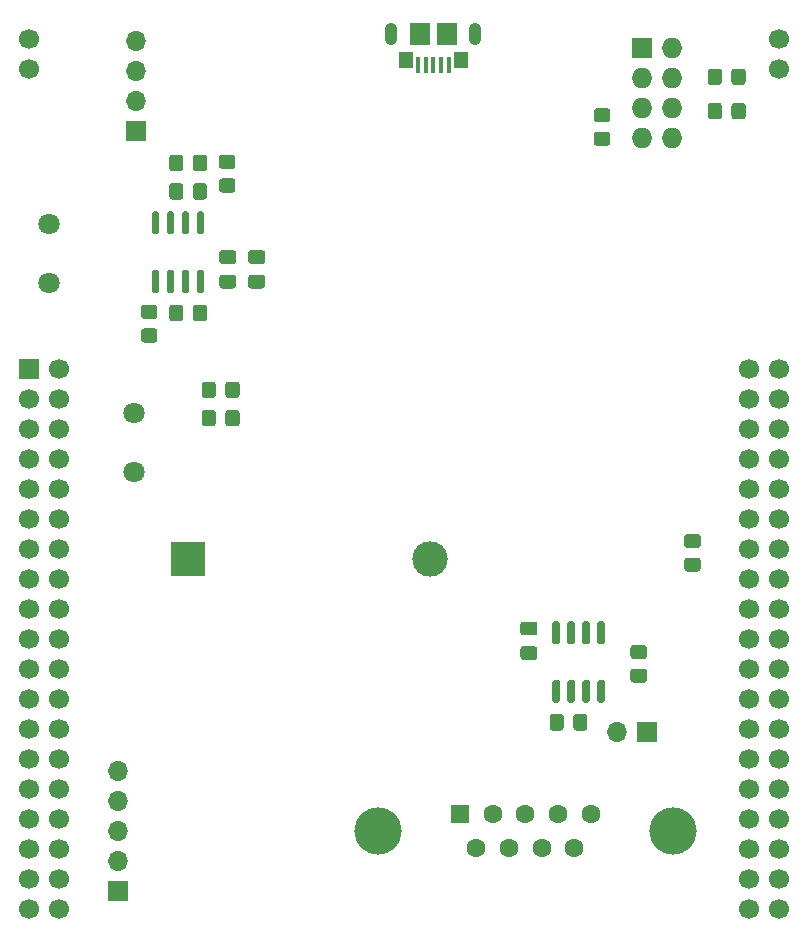
<source format=gbr>
%TF.GenerationSoftware,KiCad,Pcbnew,5.1.9*%
%TF.CreationDate,2021-01-24T08:51:39-05:00*%
%TF.ProjectId,CANalog_nucleo,43414e61-6c6f-4675-9f6e-75636c656f2e,rev?*%
%TF.SameCoordinates,PX700e860PY1298be0*%
%TF.FileFunction,Soldermask,Top*%
%TF.FilePolarity,Negative*%
%FSLAX46Y46*%
G04 Gerber Fmt 4.6, Leading zero omitted, Abs format (unit mm)*
G04 Created by KiCad (PCBNEW 5.1.9) date 2021-01-24 08:51:39*
%MOMM*%
%LPD*%
G01*
G04 APERTURE LIST*
%ADD10O,1.727200X1.727200*%
%ADD11R,1.727200X1.727200*%
%ADD12R,1.150000X1.450000*%
%ADD13O,1.050000X1.900000*%
%ADD14R,1.750000X1.900000*%
%ADD15R,0.400000X1.400000*%
%ADD16C,1.700000*%
%ADD17R,1.700000X1.700000*%
%ADD18O,1.700000X1.700000*%
%ADD19C,4.000000*%
%ADD20C,1.600000*%
%ADD21R,1.600000X1.600000*%
%ADD22C,1.800000*%
%ADD23R,3.000000X3.000000*%
%ADD24C,3.000000*%
G04 APERTURE END LIST*
D10*
%TO.C,U2*%
X-12280000Y-11819167D03*
X-14820000Y-11819167D03*
X-12280000Y-9279167D03*
X-14820000Y-9279167D03*
X-12280000Y-6739167D03*
X-14820000Y-6739167D03*
X-12280000Y-4199167D03*
D11*
X-14820000Y-4199167D03*
%TD*%
D12*
%TO.C,J1*%
X-30180000Y-5180000D03*
X-34820000Y-5180000D03*
D13*
X-36075000Y-2950000D03*
X-28925000Y-2950000D03*
D14*
X-31375000Y-2950000D03*
D15*
X-32500000Y-5600000D03*
X-33150000Y-5600000D03*
X-33800000Y-5600000D03*
X-31200000Y-5600000D03*
X-31850000Y-5600000D03*
D14*
X-33625000Y-2950000D03*
%TD*%
D16*
%TO.C,U1*%
X-3200000Y-5900000D03*
X-3200000Y-3360000D03*
X-66700000Y-5900000D03*
X-66700000Y-3360000D03*
X-3200000Y-77020000D03*
X-5740000Y-77020000D03*
X-3200000Y-74480000D03*
X-5740000Y-74480000D03*
X-3200000Y-71940000D03*
X-5740000Y-71940000D03*
X-3200000Y-69400000D03*
X-5740000Y-69400000D03*
X-3200000Y-66860000D03*
X-5740000Y-66860000D03*
X-3200000Y-64320000D03*
X-5740000Y-64320000D03*
X-3200000Y-61780000D03*
X-5740000Y-61780000D03*
X-3200000Y-59240000D03*
X-5740000Y-59240000D03*
X-3200000Y-56700000D03*
X-5740000Y-56700000D03*
X-3200000Y-54160000D03*
X-5740000Y-54160000D03*
X-3200000Y-51620000D03*
X-5740000Y-51620000D03*
X-3200000Y-49080000D03*
X-5740000Y-49080000D03*
X-3200000Y-46540000D03*
X-5740000Y-46540000D03*
X-3200000Y-44000000D03*
X-5740000Y-44000000D03*
X-3200000Y-41460000D03*
X-5740000Y-41460000D03*
X-3200000Y-38920000D03*
X-5740000Y-38920000D03*
X-3200000Y-36380000D03*
X-5740000Y-36380000D03*
X-3200000Y-33840000D03*
X-5740000Y-33840000D03*
X-3200000Y-31300000D03*
X-5740000Y-31300000D03*
X-64160000Y-77020000D03*
X-66700000Y-77020000D03*
X-64160000Y-74480000D03*
X-66700000Y-74480000D03*
X-64160000Y-71940000D03*
X-66700000Y-71940000D03*
X-64160000Y-69400000D03*
X-66700000Y-69400000D03*
X-64160000Y-66860000D03*
X-66700000Y-66860000D03*
X-64160000Y-64320000D03*
X-66700000Y-64320000D03*
X-64160000Y-61780000D03*
X-66700000Y-61780000D03*
X-64160000Y-59240000D03*
X-66700000Y-59240000D03*
X-64160000Y-56700000D03*
X-66700000Y-56700000D03*
X-64160000Y-54160000D03*
X-66700000Y-54160000D03*
X-64160000Y-51620000D03*
X-66700000Y-51620000D03*
X-64160000Y-49080000D03*
X-66700000Y-49080000D03*
X-64160000Y-46540000D03*
X-66700000Y-46540000D03*
X-64160000Y-44000000D03*
X-66700000Y-44000000D03*
X-64160000Y-41460000D03*
X-66700000Y-41460000D03*
X-64160000Y-38920000D03*
X-66700000Y-38920000D03*
X-64160000Y-36380000D03*
X-66700000Y-36380000D03*
X-64160000Y-33840000D03*
X-66700000Y-33840000D03*
X-64160000Y-31300000D03*
D17*
X-66700000Y-31300000D03*
%TD*%
%TO.C,U4*%
G36*
G01*
X-18445000Y-57650000D02*
X-18145000Y-57650000D01*
G75*
G02*
X-17995000Y-57800000I0J-150000D01*
G01*
X-17995000Y-59450000D01*
G75*
G02*
X-18145000Y-59600000I-150000J0D01*
G01*
X-18445000Y-59600000D01*
G75*
G02*
X-18595000Y-59450000I0J150000D01*
G01*
X-18595000Y-57800000D01*
G75*
G02*
X-18445000Y-57650000I150000J0D01*
G01*
G37*
G36*
G01*
X-19715000Y-57650000D02*
X-19415000Y-57650000D01*
G75*
G02*
X-19265000Y-57800000I0J-150000D01*
G01*
X-19265000Y-59450000D01*
G75*
G02*
X-19415000Y-59600000I-150000J0D01*
G01*
X-19715000Y-59600000D01*
G75*
G02*
X-19865000Y-59450000I0J150000D01*
G01*
X-19865000Y-57800000D01*
G75*
G02*
X-19715000Y-57650000I150000J0D01*
G01*
G37*
G36*
G01*
X-20985000Y-57650000D02*
X-20685000Y-57650000D01*
G75*
G02*
X-20535000Y-57800000I0J-150000D01*
G01*
X-20535000Y-59450000D01*
G75*
G02*
X-20685000Y-59600000I-150000J0D01*
G01*
X-20985000Y-59600000D01*
G75*
G02*
X-21135000Y-59450000I0J150000D01*
G01*
X-21135000Y-57800000D01*
G75*
G02*
X-20985000Y-57650000I150000J0D01*
G01*
G37*
G36*
G01*
X-22255000Y-57650000D02*
X-21955000Y-57650000D01*
G75*
G02*
X-21805000Y-57800000I0J-150000D01*
G01*
X-21805000Y-59450000D01*
G75*
G02*
X-21955000Y-59600000I-150000J0D01*
G01*
X-22255000Y-59600000D01*
G75*
G02*
X-22405000Y-59450000I0J150000D01*
G01*
X-22405000Y-57800000D01*
G75*
G02*
X-22255000Y-57650000I150000J0D01*
G01*
G37*
G36*
G01*
X-22255000Y-52700000D02*
X-21955000Y-52700000D01*
G75*
G02*
X-21805000Y-52850000I0J-150000D01*
G01*
X-21805000Y-54500000D01*
G75*
G02*
X-21955000Y-54650000I-150000J0D01*
G01*
X-22255000Y-54650000D01*
G75*
G02*
X-22405000Y-54500000I0J150000D01*
G01*
X-22405000Y-52850000D01*
G75*
G02*
X-22255000Y-52700000I150000J0D01*
G01*
G37*
G36*
G01*
X-20985000Y-52700000D02*
X-20685000Y-52700000D01*
G75*
G02*
X-20535000Y-52850000I0J-150000D01*
G01*
X-20535000Y-54500000D01*
G75*
G02*
X-20685000Y-54650000I-150000J0D01*
G01*
X-20985000Y-54650000D01*
G75*
G02*
X-21135000Y-54500000I0J150000D01*
G01*
X-21135000Y-52850000D01*
G75*
G02*
X-20985000Y-52700000I150000J0D01*
G01*
G37*
G36*
G01*
X-19715000Y-52700000D02*
X-19415000Y-52700000D01*
G75*
G02*
X-19265000Y-52850000I0J-150000D01*
G01*
X-19265000Y-54500000D01*
G75*
G02*
X-19415000Y-54650000I-150000J0D01*
G01*
X-19715000Y-54650000D01*
G75*
G02*
X-19865000Y-54500000I0J150000D01*
G01*
X-19865000Y-52850000D01*
G75*
G02*
X-19715000Y-52700000I150000J0D01*
G01*
G37*
G36*
G01*
X-18445000Y-52700000D02*
X-18145000Y-52700000D01*
G75*
G02*
X-17995000Y-52850000I0J-150000D01*
G01*
X-17995000Y-54500000D01*
G75*
G02*
X-18145000Y-54650000I-150000J0D01*
G01*
X-18445000Y-54650000D01*
G75*
G02*
X-18595000Y-54500000I0J150000D01*
G01*
X-18595000Y-52850000D01*
G75*
G02*
X-18445000Y-52700000I150000J0D01*
G01*
G37*
%TD*%
%TO.C,U3*%
G36*
G01*
X-52345000Y-22950000D02*
X-52045000Y-22950000D01*
G75*
G02*
X-51895000Y-23100000I0J-150000D01*
G01*
X-51895000Y-24750000D01*
G75*
G02*
X-52045000Y-24900000I-150000J0D01*
G01*
X-52345000Y-24900000D01*
G75*
G02*
X-52495000Y-24750000I0J150000D01*
G01*
X-52495000Y-23100000D01*
G75*
G02*
X-52345000Y-22950000I150000J0D01*
G01*
G37*
G36*
G01*
X-53615000Y-22950000D02*
X-53315000Y-22950000D01*
G75*
G02*
X-53165000Y-23100000I0J-150000D01*
G01*
X-53165000Y-24750000D01*
G75*
G02*
X-53315000Y-24900000I-150000J0D01*
G01*
X-53615000Y-24900000D01*
G75*
G02*
X-53765000Y-24750000I0J150000D01*
G01*
X-53765000Y-23100000D01*
G75*
G02*
X-53615000Y-22950000I150000J0D01*
G01*
G37*
G36*
G01*
X-54885000Y-22950000D02*
X-54585000Y-22950000D01*
G75*
G02*
X-54435000Y-23100000I0J-150000D01*
G01*
X-54435000Y-24750000D01*
G75*
G02*
X-54585000Y-24900000I-150000J0D01*
G01*
X-54885000Y-24900000D01*
G75*
G02*
X-55035000Y-24750000I0J150000D01*
G01*
X-55035000Y-23100000D01*
G75*
G02*
X-54885000Y-22950000I150000J0D01*
G01*
G37*
G36*
G01*
X-56155000Y-22950000D02*
X-55855000Y-22950000D01*
G75*
G02*
X-55705000Y-23100000I0J-150000D01*
G01*
X-55705000Y-24750000D01*
G75*
G02*
X-55855000Y-24900000I-150000J0D01*
G01*
X-56155000Y-24900000D01*
G75*
G02*
X-56305000Y-24750000I0J150000D01*
G01*
X-56305000Y-23100000D01*
G75*
G02*
X-56155000Y-22950000I150000J0D01*
G01*
G37*
G36*
G01*
X-56155000Y-18000000D02*
X-55855000Y-18000000D01*
G75*
G02*
X-55705000Y-18150000I0J-150000D01*
G01*
X-55705000Y-19800000D01*
G75*
G02*
X-55855000Y-19950000I-150000J0D01*
G01*
X-56155000Y-19950000D01*
G75*
G02*
X-56305000Y-19800000I0J150000D01*
G01*
X-56305000Y-18150000D01*
G75*
G02*
X-56155000Y-18000000I150000J0D01*
G01*
G37*
G36*
G01*
X-54885000Y-18000000D02*
X-54585000Y-18000000D01*
G75*
G02*
X-54435000Y-18150000I0J-150000D01*
G01*
X-54435000Y-19800000D01*
G75*
G02*
X-54585000Y-19950000I-150000J0D01*
G01*
X-54885000Y-19950000D01*
G75*
G02*
X-55035000Y-19800000I0J150000D01*
G01*
X-55035000Y-18150000D01*
G75*
G02*
X-54885000Y-18000000I150000J0D01*
G01*
G37*
G36*
G01*
X-53615000Y-18000000D02*
X-53315000Y-18000000D01*
G75*
G02*
X-53165000Y-18150000I0J-150000D01*
G01*
X-53165000Y-19800000D01*
G75*
G02*
X-53315000Y-19950000I-150000J0D01*
G01*
X-53615000Y-19950000D01*
G75*
G02*
X-53765000Y-19800000I0J150000D01*
G01*
X-53765000Y-18150000D01*
G75*
G02*
X-53615000Y-18000000I150000J0D01*
G01*
G37*
G36*
G01*
X-52345000Y-18000000D02*
X-52045000Y-18000000D01*
G75*
G02*
X-51895000Y-18150000I0J-150000D01*
G01*
X-51895000Y-19800000D01*
G75*
G02*
X-52045000Y-19950000I-150000J0D01*
G01*
X-52345000Y-19950000D01*
G75*
G02*
X-52495000Y-19800000I0J150000D01*
G01*
X-52495000Y-18150000D01*
G75*
G02*
X-52345000Y-18000000I150000J0D01*
G01*
G37*
%TD*%
%TO.C,R13*%
G36*
G01*
X-21450000Y-60799999D02*
X-21450000Y-61700001D01*
G75*
G02*
X-21699999Y-61950000I-249999J0D01*
G01*
X-22400001Y-61950000D01*
G75*
G02*
X-22650000Y-61700001I0J249999D01*
G01*
X-22650000Y-60799999D01*
G75*
G02*
X-22400001Y-60550000I249999J0D01*
G01*
X-21699999Y-60550000D01*
G75*
G02*
X-21450000Y-60799999I0J-249999D01*
G01*
G37*
G36*
G01*
X-19450000Y-60799999D02*
X-19450000Y-61700001D01*
G75*
G02*
X-19699999Y-61950000I-249999J0D01*
G01*
X-20400001Y-61950000D01*
G75*
G02*
X-20650000Y-61700001I0J249999D01*
G01*
X-20650000Y-60799999D01*
G75*
G02*
X-20400001Y-60550000I249999J0D01*
G01*
X-19699999Y-60550000D01*
G75*
G02*
X-19450000Y-60799999I0J-249999D01*
G01*
G37*
%TD*%
%TO.C,R12*%
G36*
G01*
X-14649999Y-55900000D02*
X-15550001Y-55900000D01*
G75*
G02*
X-15800000Y-55650001I0J249999D01*
G01*
X-15800000Y-54949999D01*
G75*
G02*
X-15550001Y-54700000I249999J0D01*
G01*
X-14649999Y-54700000D01*
G75*
G02*
X-14400000Y-54949999I0J-249999D01*
G01*
X-14400000Y-55650001D01*
G75*
G02*
X-14649999Y-55900000I-249999J0D01*
G01*
G37*
G36*
G01*
X-14649999Y-57900000D02*
X-15550001Y-57900000D01*
G75*
G02*
X-15800000Y-57650001I0J249999D01*
G01*
X-15800000Y-56949999D01*
G75*
G02*
X-15550001Y-56700000I249999J0D01*
G01*
X-14649999Y-56700000D01*
G75*
G02*
X-14400000Y-56949999I0J-249999D01*
G01*
X-14400000Y-57650001D01*
G75*
G02*
X-14649999Y-57900000I-249999J0D01*
G01*
G37*
%TD*%
%TO.C,R11*%
G36*
G01*
X-57000001Y-27900000D02*
X-56099999Y-27900000D01*
G75*
G02*
X-55850000Y-28149999I0J-249999D01*
G01*
X-55850000Y-28850001D01*
G75*
G02*
X-56099999Y-29100000I-249999J0D01*
G01*
X-57000001Y-29100000D01*
G75*
G02*
X-57250000Y-28850001I0J249999D01*
G01*
X-57250000Y-28149999D01*
G75*
G02*
X-57000001Y-27900000I249999J0D01*
G01*
G37*
G36*
G01*
X-57000001Y-25900000D02*
X-56099999Y-25900000D01*
G75*
G02*
X-55850000Y-26149999I0J-249999D01*
G01*
X-55850000Y-26850001D01*
G75*
G02*
X-56099999Y-27100000I-249999J0D01*
G01*
X-57000001Y-27100000D01*
G75*
G02*
X-57250000Y-26850001I0J249999D01*
G01*
X-57250000Y-26149999D01*
G75*
G02*
X-57000001Y-25900000I249999J0D01*
G01*
G37*
%TD*%
%TO.C,R10*%
G36*
G01*
X-53650000Y-26149999D02*
X-53650000Y-27050001D01*
G75*
G02*
X-53899999Y-27300000I-249999J0D01*
G01*
X-54600001Y-27300000D01*
G75*
G02*
X-54850000Y-27050001I0J249999D01*
G01*
X-54850000Y-26149999D01*
G75*
G02*
X-54600001Y-25900000I249999J0D01*
G01*
X-53899999Y-25900000D01*
G75*
G02*
X-53650000Y-26149999I0J-249999D01*
G01*
G37*
G36*
G01*
X-51650000Y-26149999D02*
X-51650000Y-27050001D01*
G75*
G02*
X-51899999Y-27300000I-249999J0D01*
G01*
X-52600001Y-27300000D01*
G75*
G02*
X-52850000Y-27050001I0J249999D01*
G01*
X-52850000Y-26149999D01*
G75*
G02*
X-52600001Y-25900000I249999J0D01*
G01*
X-51899999Y-25900000D01*
G75*
G02*
X-51650000Y-26149999I0J-249999D01*
G01*
G37*
%TD*%
%TO.C,R9*%
G36*
G01*
X-53650000Y-15849999D02*
X-53650000Y-16750001D01*
G75*
G02*
X-53899999Y-17000000I-249999J0D01*
G01*
X-54600001Y-17000000D01*
G75*
G02*
X-54850000Y-16750001I0J249999D01*
G01*
X-54850000Y-15849999D01*
G75*
G02*
X-54600001Y-15600000I249999J0D01*
G01*
X-53899999Y-15600000D01*
G75*
G02*
X-53650000Y-15849999I0J-249999D01*
G01*
G37*
G36*
G01*
X-51650000Y-15849999D02*
X-51650000Y-16750001D01*
G75*
G02*
X-51899999Y-17000000I-249999J0D01*
G01*
X-52600001Y-17000000D01*
G75*
G02*
X-52850000Y-16750001I0J249999D01*
G01*
X-52850000Y-15849999D01*
G75*
G02*
X-52600001Y-15600000I249999J0D01*
G01*
X-51899999Y-15600000D01*
G75*
G02*
X-51650000Y-15849999I0J-249999D01*
G01*
G37*
%TD*%
%TO.C,R8*%
G36*
G01*
X-49499999Y-14400000D02*
X-50400001Y-14400000D01*
G75*
G02*
X-50650000Y-14150001I0J249999D01*
G01*
X-50650000Y-13449999D01*
G75*
G02*
X-50400001Y-13200000I249999J0D01*
G01*
X-49499999Y-13200000D01*
G75*
G02*
X-49250000Y-13449999I0J-249999D01*
G01*
X-49250000Y-14150001D01*
G75*
G02*
X-49499999Y-14400000I-249999J0D01*
G01*
G37*
G36*
G01*
X-49499999Y-16400000D02*
X-50400001Y-16400000D01*
G75*
G02*
X-50650000Y-16150001I0J249999D01*
G01*
X-50650000Y-15449999D01*
G75*
G02*
X-50400001Y-15200000I249999J0D01*
G01*
X-49499999Y-15200000D01*
G75*
G02*
X-49250000Y-15449999I0J-249999D01*
G01*
X-49250000Y-16150001D01*
G75*
G02*
X-49499999Y-16400000I-249999J0D01*
G01*
G37*
%TD*%
%TO.C,R7*%
G36*
G01*
X-53650000Y-13449999D02*
X-53650000Y-14350001D01*
G75*
G02*
X-53899999Y-14600000I-249999J0D01*
G01*
X-54600001Y-14600000D01*
G75*
G02*
X-54850000Y-14350001I0J249999D01*
G01*
X-54850000Y-13449999D01*
G75*
G02*
X-54600001Y-13200000I249999J0D01*
G01*
X-53899999Y-13200000D01*
G75*
G02*
X-53650000Y-13449999I0J-249999D01*
G01*
G37*
G36*
G01*
X-51650000Y-13449999D02*
X-51650000Y-14350001D01*
G75*
G02*
X-51899999Y-14600000I-249999J0D01*
G01*
X-52600001Y-14600000D01*
G75*
G02*
X-52850000Y-14350001I0J249999D01*
G01*
X-52850000Y-13449999D01*
G75*
G02*
X-52600001Y-13200000I249999J0D01*
G01*
X-51899999Y-13200000D01*
G75*
G02*
X-51650000Y-13449999I0J-249999D01*
G01*
G37*
%TD*%
%TO.C,R6*%
G36*
G01*
X-7250000Y-9950001D02*
X-7250000Y-9049999D01*
G75*
G02*
X-7000001Y-8800000I249999J0D01*
G01*
X-6299999Y-8800000D01*
G75*
G02*
X-6050000Y-9049999I0J-249999D01*
G01*
X-6050000Y-9950001D01*
G75*
G02*
X-6299999Y-10200000I-249999J0D01*
G01*
X-7000001Y-10200000D01*
G75*
G02*
X-7250000Y-9950001I0J249999D01*
G01*
G37*
G36*
G01*
X-9250000Y-9950001D02*
X-9250000Y-9049999D01*
G75*
G02*
X-9000001Y-8800000I249999J0D01*
G01*
X-8299999Y-8800000D01*
G75*
G02*
X-8050000Y-9049999I0J-249999D01*
G01*
X-8050000Y-9950001D01*
G75*
G02*
X-8299999Y-10200000I-249999J0D01*
G01*
X-9000001Y-10200000D01*
G75*
G02*
X-9250000Y-9950001I0J249999D01*
G01*
G37*
%TD*%
%TO.C,R5*%
G36*
G01*
X-10099999Y-46500000D02*
X-11000001Y-46500000D01*
G75*
G02*
X-11250000Y-46250001I0J249999D01*
G01*
X-11250000Y-45549999D01*
G75*
G02*
X-11000001Y-45300000I249999J0D01*
G01*
X-10099999Y-45300000D01*
G75*
G02*
X-9850000Y-45549999I0J-249999D01*
G01*
X-9850000Y-46250001D01*
G75*
G02*
X-10099999Y-46500000I-249999J0D01*
G01*
G37*
G36*
G01*
X-10099999Y-48500000D02*
X-11000001Y-48500000D01*
G75*
G02*
X-11250000Y-48250001I0J249999D01*
G01*
X-11250000Y-47549999D01*
G75*
G02*
X-11000001Y-47300000I249999J0D01*
G01*
X-10099999Y-47300000D01*
G75*
G02*
X-9850000Y-47549999I0J-249999D01*
G01*
X-9850000Y-48250001D01*
G75*
G02*
X-10099999Y-48500000I-249999J0D01*
G01*
G37*
%TD*%
%TO.C,R4*%
G36*
G01*
X-50900000Y-35049999D02*
X-50900000Y-35950001D01*
G75*
G02*
X-51149999Y-36200000I-249999J0D01*
G01*
X-51850001Y-36200000D01*
G75*
G02*
X-52100000Y-35950001I0J249999D01*
G01*
X-52100000Y-35049999D01*
G75*
G02*
X-51850001Y-34800000I249999J0D01*
G01*
X-51149999Y-34800000D01*
G75*
G02*
X-50900000Y-35049999I0J-249999D01*
G01*
G37*
G36*
G01*
X-48900000Y-35049999D02*
X-48900000Y-35950001D01*
G75*
G02*
X-49149999Y-36200000I-249999J0D01*
G01*
X-49850001Y-36200000D01*
G75*
G02*
X-50100000Y-35950001I0J249999D01*
G01*
X-50100000Y-35049999D01*
G75*
G02*
X-49850001Y-34800000I249999J0D01*
G01*
X-49149999Y-34800000D01*
G75*
G02*
X-48900000Y-35049999I0J-249999D01*
G01*
G37*
%TD*%
%TO.C,R3*%
G36*
G01*
X-50100000Y-33550001D02*
X-50100000Y-32649999D01*
G75*
G02*
X-49850001Y-32400000I249999J0D01*
G01*
X-49149999Y-32400000D01*
G75*
G02*
X-48900000Y-32649999I0J-249999D01*
G01*
X-48900000Y-33550001D01*
G75*
G02*
X-49149999Y-33800000I-249999J0D01*
G01*
X-49850001Y-33800000D01*
G75*
G02*
X-50100000Y-33550001I0J249999D01*
G01*
G37*
G36*
G01*
X-52100000Y-33550001D02*
X-52100000Y-32649999D01*
G75*
G02*
X-51850001Y-32400000I249999J0D01*
G01*
X-51149999Y-32400000D01*
G75*
G02*
X-50900000Y-32649999I0J-249999D01*
G01*
X-50900000Y-33550001D01*
G75*
G02*
X-51149999Y-33800000I-249999J0D01*
G01*
X-51850001Y-33800000D01*
G75*
G02*
X-52100000Y-33550001I0J249999D01*
G01*
G37*
%TD*%
%TO.C,R2*%
G36*
G01*
X-18650001Y-11250000D02*
X-17749999Y-11250000D01*
G75*
G02*
X-17500000Y-11499999I0J-249999D01*
G01*
X-17500000Y-12200001D01*
G75*
G02*
X-17749999Y-12450000I-249999J0D01*
G01*
X-18650001Y-12450000D01*
G75*
G02*
X-18900000Y-12200001I0J249999D01*
G01*
X-18900000Y-11499999D01*
G75*
G02*
X-18650001Y-11250000I249999J0D01*
G01*
G37*
G36*
G01*
X-18650001Y-9250000D02*
X-17749999Y-9250000D01*
G75*
G02*
X-17500000Y-9499999I0J-249999D01*
G01*
X-17500000Y-10200001D01*
G75*
G02*
X-17749999Y-10450000I-249999J0D01*
G01*
X-18650001Y-10450000D01*
G75*
G02*
X-18900000Y-10200001I0J249999D01*
G01*
X-18900000Y-9499999D01*
G75*
G02*
X-18650001Y-9250000I249999J0D01*
G01*
G37*
%TD*%
%TO.C,R1*%
G36*
G01*
X-8050000Y-6149999D02*
X-8050000Y-7050001D01*
G75*
G02*
X-8299999Y-7300000I-249999J0D01*
G01*
X-9000001Y-7300000D01*
G75*
G02*
X-9250000Y-7050001I0J249999D01*
G01*
X-9250000Y-6149999D01*
G75*
G02*
X-9000001Y-5900000I249999J0D01*
G01*
X-8299999Y-5900000D01*
G75*
G02*
X-8050000Y-6149999I0J-249999D01*
G01*
G37*
G36*
G01*
X-6050000Y-6149999D02*
X-6050000Y-7050001D01*
G75*
G02*
X-6299999Y-7300000I-249999J0D01*
G01*
X-7000001Y-7300000D01*
G75*
G02*
X-7250000Y-7050001I0J249999D01*
G01*
X-7250000Y-6149999D01*
G75*
G02*
X-7000001Y-5900000I249999J0D01*
G01*
X-6299999Y-5900000D01*
G75*
G02*
X-6050000Y-6149999I0J-249999D01*
G01*
G37*
%TD*%
D18*
%TO.C,JP1*%
X-16940000Y-62100000D03*
D17*
X-14400000Y-62100000D03*
%TD*%
D19*
%TO.C,J6*%
X-12210000Y-70470000D03*
X-37210000Y-70470000D03*
D20*
X-20555000Y-71890000D03*
X-23325000Y-71890000D03*
X-26095000Y-71890000D03*
X-28865000Y-71890000D03*
X-19170000Y-69050000D03*
X-21940000Y-69050000D03*
X-24710000Y-69050000D03*
X-27480000Y-69050000D03*
D21*
X-30250000Y-69050000D03*
%TD*%
D22*
%TO.C,J5*%
X-65000000Y-24050000D03*
X-65000000Y-19050000D03*
%TD*%
D18*
%TO.C,J4*%
X-57650000Y-3530000D03*
X-57650000Y-6070000D03*
X-57650000Y-8610000D03*
D17*
X-57650000Y-11150000D03*
%TD*%
D22*
%TO.C,J3*%
X-57850000Y-40050000D03*
X-57850000Y-35050000D03*
%TD*%
D18*
%TO.C,J2*%
X-59200000Y-65340000D03*
X-59200000Y-67880000D03*
X-59200000Y-70420000D03*
X-59200000Y-72960000D03*
D17*
X-59200000Y-75500000D03*
%TD*%
%TO.C,C3*%
G36*
G01*
X-24875000Y-54800000D02*
X-23925000Y-54800000D01*
G75*
G02*
X-23675000Y-55050000I0J-250000D01*
G01*
X-23675000Y-55725000D01*
G75*
G02*
X-23925000Y-55975000I-250000J0D01*
G01*
X-24875000Y-55975000D01*
G75*
G02*
X-25125000Y-55725000I0J250000D01*
G01*
X-25125000Y-55050000D01*
G75*
G02*
X-24875000Y-54800000I250000J0D01*
G01*
G37*
G36*
G01*
X-24875000Y-52725000D02*
X-23925000Y-52725000D01*
G75*
G02*
X-23675000Y-52975000I0J-250000D01*
G01*
X-23675000Y-53650000D01*
G75*
G02*
X-23925000Y-53900000I-250000J0D01*
G01*
X-24875000Y-53900000D01*
G75*
G02*
X-25125000Y-53650000I0J250000D01*
G01*
X-25125000Y-52975000D01*
G75*
G02*
X-24875000Y-52725000I250000J0D01*
G01*
G37*
%TD*%
%TO.C,C2*%
G36*
G01*
X-49425000Y-22450000D02*
X-50375000Y-22450000D01*
G75*
G02*
X-50625000Y-22200000I0J250000D01*
G01*
X-50625000Y-21525000D01*
G75*
G02*
X-50375000Y-21275000I250000J0D01*
G01*
X-49425000Y-21275000D01*
G75*
G02*
X-49175000Y-21525000I0J-250000D01*
G01*
X-49175000Y-22200000D01*
G75*
G02*
X-49425000Y-22450000I-250000J0D01*
G01*
G37*
G36*
G01*
X-49425000Y-24525000D02*
X-50375000Y-24525000D01*
G75*
G02*
X-50625000Y-24275000I0J250000D01*
G01*
X-50625000Y-23600000D01*
G75*
G02*
X-50375000Y-23350000I250000J0D01*
G01*
X-49425000Y-23350000D01*
G75*
G02*
X-49175000Y-23600000I0J-250000D01*
G01*
X-49175000Y-24275000D01*
G75*
G02*
X-49425000Y-24525000I-250000J0D01*
G01*
G37*
%TD*%
%TO.C,C1*%
G36*
G01*
X-46975000Y-22450000D02*
X-47925000Y-22450000D01*
G75*
G02*
X-48175000Y-22200000I0J250000D01*
G01*
X-48175000Y-21525000D01*
G75*
G02*
X-47925000Y-21275000I250000J0D01*
G01*
X-46975000Y-21275000D01*
G75*
G02*
X-46725000Y-21525000I0J-250000D01*
G01*
X-46725000Y-22200000D01*
G75*
G02*
X-46975000Y-22450000I-250000J0D01*
G01*
G37*
G36*
G01*
X-46975000Y-24525000D02*
X-47925000Y-24525000D01*
G75*
G02*
X-48175000Y-24275000I0J250000D01*
G01*
X-48175000Y-23600000D01*
G75*
G02*
X-47925000Y-23350000I250000J0D01*
G01*
X-46975000Y-23350000D01*
G75*
G02*
X-46725000Y-23600000I0J-250000D01*
G01*
X-46725000Y-24275000D01*
G75*
G02*
X-46975000Y-24525000I-250000J0D01*
G01*
G37*
%TD*%
D23*
%TO.C,BT1*%
X-53240000Y-47400000D03*
D24*
X-32750000Y-47400000D03*
%TD*%
M02*

</source>
